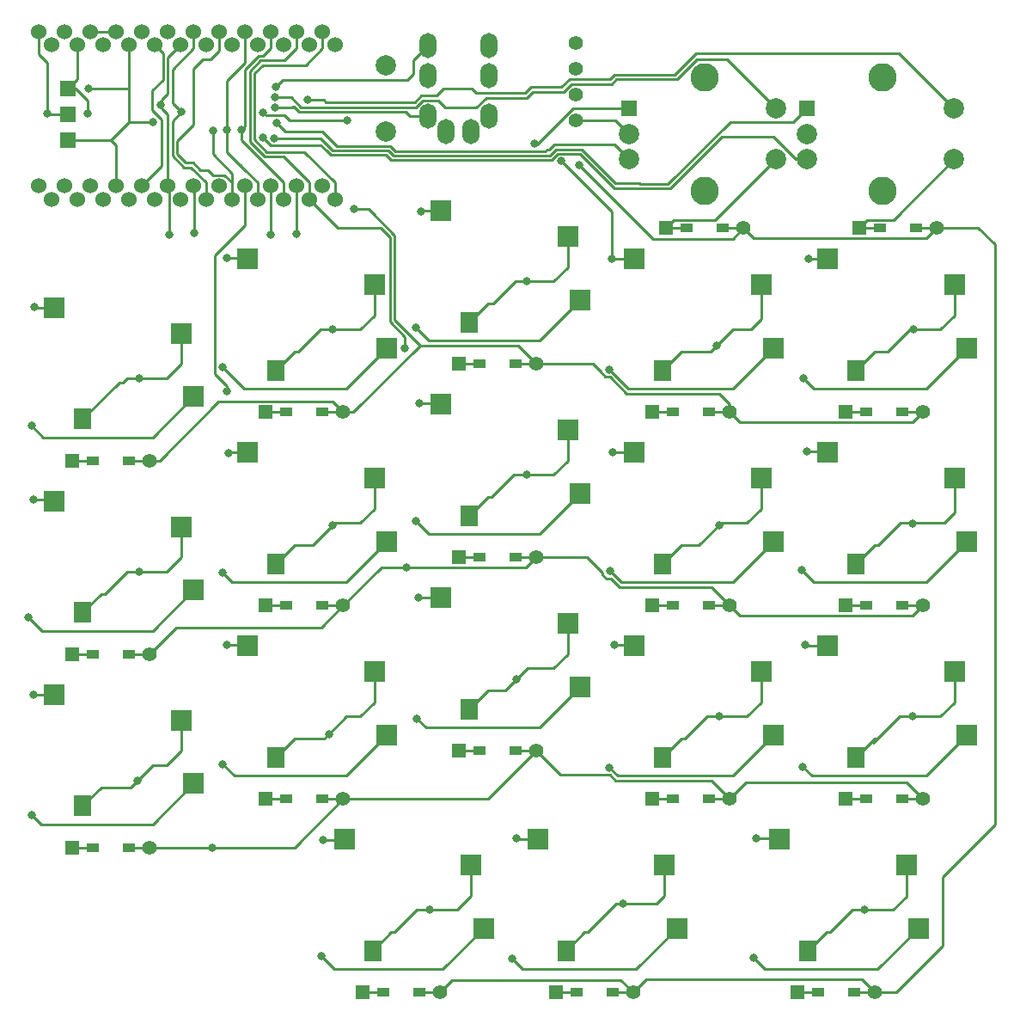
<source format=gbr>
G04 #@! TF.GenerationSoftware,KiCad,Pcbnew,(5.1.6-0-10_14)*
G04 #@! TF.CreationDate,2022-07-16T23:36:19+09:00*
G04 #@! TF.ProjectId,cool536,636f6f6c-3533-4362-9e6b-696361645f70,rev?*
G04 #@! TF.SameCoordinates,Original*
G04 #@! TF.FileFunction,Copper,L1,Top*
G04 #@! TF.FilePolarity,Positive*
%FSLAX46Y46*%
G04 Gerber Fmt 4.6, Leading zero omitted, Abs format (unit mm)*
G04 Created by KiCad (PCBNEW (5.1.6-0-10_14)) date 2022-07-16 23:36:19*
%MOMM*%
%LPD*%
G01*
G04 APERTURE LIST*
G04 #@! TA.AperFunction,ComponentPad*
%ADD10R,1.500000X1.500000*%
G04 #@! TD*
G04 #@! TA.AperFunction,ComponentPad*
%ADD11C,2.000000*%
G04 #@! TD*
G04 #@! TA.AperFunction,ComponentPad*
%ADD12C,2.800000*%
G04 #@! TD*
G04 #@! TA.AperFunction,ComponentPad*
%ADD13C,1.397000*%
G04 #@! TD*
G04 #@! TA.AperFunction,ComponentPad*
%ADD14R,1.397000X1.397000*%
G04 #@! TD*
G04 #@! TA.AperFunction,SMDPad,CuDef*
%ADD15R,1.300000X0.950000*%
G04 #@! TD*
G04 #@! TA.AperFunction,SMDPad,CuDef*
%ADD16R,1.524000X1.524000*%
G04 #@! TD*
G04 #@! TA.AperFunction,ComponentPad*
%ADD17C,1.524000*%
G04 #@! TD*
G04 #@! TA.AperFunction,SMDPad,CuDef*
%ADD18R,2.000000X2.000000*%
G04 #@! TD*
G04 #@! TA.AperFunction,SMDPad,CuDef*
%ADD19R,1.800000X2.000000*%
G04 #@! TD*
G04 #@! TA.AperFunction,ComponentPad*
%ADD20O,1.700000X2.500000*%
G04 #@! TD*
G04 #@! TA.AperFunction,ViaPad*
%ADD21C,0.800000*%
G04 #@! TD*
G04 #@! TA.AperFunction,Conductor*
%ADD22C,0.250000*%
G04 #@! TD*
G04 APERTURE END LIST*
D10*
X68540000Y15140000D03*
D11*
X68540000Y12640000D03*
X68540000Y10140000D03*
D12*
X76040000Y18240000D03*
X76040000Y7040000D03*
D11*
X83040000Y15140000D03*
X83040000Y10140000D03*
D10*
X51010000Y15140000D03*
D11*
X51010000Y12640000D03*
X51010000Y10140000D03*
D12*
X58510000Y18240000D03*
X58510000Y7040000D03*
D11*
X65510000Y15140000D03*
X65510000Y10140000D03*
X27090000Y12890000D03*
X27090000Y19390000D03*
D13*
X60960000Y-33812500D03*
D14*
X53340000Y-33812500D03*
D15*
X55375000Y-33812500D03*
X58925000Y-33812500D03*
D13*
X80010000Y-33812500D03*
D14*
X72390000Y-33812500D03*
D15*
X74425000Y-33812500D03*
X77975000Y-33812500D03*
D13*
X51435000Y-71912500D03*
D14*
X43815000Y-71912500D03*
D15*
X45850000Y-71912500D03*
X49400000Y-71912500D03*
D13*
X75248000Y-71912500D03*
D14*
X67628000Y-71912500D03*
D15*
X69663000Y-71912500D03*
X73213000Y-71912500D03*
X60245000Y3350000D03*
D13*
X62280000Y3350000D03*
D14*
X54660000Y3350000D03*
D15*
X56695000Y3350000D03*
X79285000Y3370000D03*
D13*
X81320000Y3370000D03*
D14*
X73700000Y3370000D03*
D15*
X75735000Y3370000D03*
D13*
X3810000Y-57625000D03*
D14*
X-3810000Y-57625000D03*
D15*
X-1775000Y-57625000D03*
X1775000Y-57625000D03*
D16*
X-4240000Y17120000D03*
X-4240000Y14580000D03*
X-4240000Y12040000D03*
D13*
X41910000Y-10000000D03*
D14*
X34290000Y-10000000D03*
D15*
X36325000Y-10000000D03*
X39875000Y-10000000D03*
D13*
X60960000Y-14762499D03*
D14*
X53340000Y-14762499D03*
D15*
X55375000Y-14762499D03*
X58925000Y-14762499D03*
D13*
X3810000Y-38575000D03*
D14*
X-3810000Y-38575000D03*
D15*
X-1775000Y-38575000D03*
X1775000Y-38575000D03*
D13*
X80010000Y-14762499D03*
D14*
X72390000Y-14762499D03*
D15*
X74425000Y-14762499D03*
X77975000Y-14762499D03*
D13*
X41910000Y-29050000D03*
D14*
X34290000Y-29050000D03*
D15*
X36325000Y-29050000D03*
X39875000Y-29050000D03*
D13*
X22860000Y-33812500D03*
D14*
X15240000Y-33812500D03*
D15*
X17275000Y-33812500D03*
X20825000Y-33812500D03*
D13*
X22860000Y-52862500D03*
D14*
X15240000Y-52862500D03*
D15*
X17275000Y-52862500D03*
X20825000Y-52862500D03*
D13*
X41910000Y-48100000D03*
D14*
X34290000Y-48100000D03*
D15*
X36325000Y-48100000D03*
X39875000Y-48100000D03*
D13*
X60960000Y-52862500D03*
D14*
X53340000Y-52862500D03*
D15*
X55375000Y-52862500D03*
X58925000Y-52862500D03*
D13*
X80010000Y-52862500D03*
D14*
X72390000Y-52862500D03*
D15*
X74425000Y-52862500D03*
X77975000Y-52862500D03*
D13*
X32385000Y-71912500D03*
D14*
X24765000Y-71912500D03*
D15*
X26800000Y-71912500D03*
X30350000Y-71912500D03*
D13*
X45780000Y13950000D03*
X45780000Y16490000D03*
X45780000Y19030000D03*
X45780000Y21570000D03*
D17*
X-5858000Y21410000D03*
X-3318000Y21410000D03*
X-778000Y21410000D03*
X1762000Y21410000D03*
X4302000Y21410000D03*
X6842000Y21410000D03*
X9382000Y21410000D03*
X11922000Y21410000D03*
X14462000Y21410000D03*
X17002000Y21410000D03*
X19542000Y21410000D03*
X22082000Y21410000D03*
X22082000Y6170000D03*
X19542000Y6170000D03*
X17002000Y6170000D03*
X14462000Y6170000D03*
X11922000Y6170000D03*
X9382000Y6170000D03*
X6842000Y6170000D03*
X4302000Y6170000D03*
X1762000Y6170000D03*
X-778000Y6170000D03*
X-3318000Y6170000D03*
X-5858000Y6170000D03*
X-7128000Y22716400D03*
X-4588000Y22716400D03*
X-2048000Y22716400D03*
X492000Y22716400D03*
X3032000Y22716400D03*
X5572000Y22716400D03*
X8112000Y22716400D03*
X10652000Y22716400D03*
X13192000Y22716400D03*
X15732000Y22716400D03*
X18272000Y22716400D03*
X20812000Y22716400D03*
X20812000Y7496400D03*
X18272000Y7496400D03*
X15732000Y7496400D03*
X13192000Y7496400D03*
X10652000Y7496400D03*
X8112000Y7496400D03*
X5572000Y7496400D03*
X3032000Y7496400D03*
X492000Y7496400D03*
X-2048000Y7496400D03*
X-4588000Y7496400D03*
X-7128000Y7496400D03*
D13*
X3810000Y-19525000D03*
D14*
X-3810000Y-19525000D03*
D15*
X-1775000Y-19525000D03*
X1775000Y-19525000D03*
D18*
X79538000Y-65612500D03*
D19*
X68638000Y-67812500D03*
D18*
X78338000Y-59372500D03*
X65838000Y-56832500D03*
X13450000Y317501D03*
X25950000Y-2222499D03*
D19*
X16250000Y-10662499D03*
D18*
X27150000Y-8462499D03*
X32500000Y5080000D03*
X45000000Y2540000D03*
D19*
X35300000Y-5900000D03*
D18*
X46200000Y-3700000D03*
X51550000Y317501D03*
X64050000Y-2222499D03*
D19*
X54350000Y-10662499D03*
D18*
X65250000Y-8462499D03*
X-5600000Y-4445000D03*
X6900000Y-6985000D03*
D19*
X-2800000Y-15425000D03*
D18*
X8100000Y-13225000D03*
D20*
X32980000Y12860000D03*
X37180000Y14360000D03*
X37180000Y18360000D03*
X37180000Y21360000D03*
X31230000Y18360000D03*
X31230000Y21360000D03*
X35430000Y12860000D03*
X31230000Y14360000D03*
D18*
X42025000Y-56832500D03*
X54525000Y-59372500D03*
D19*
X44825000Y-67812500D03*
D18*
X55725000Y-65612500D03*
X22975000Y-56832500D03*
X35475000Y-59372500D03*
D19*
X25775000Y-67812500D03*
D18*
X36675000Y-65612500D03*
X84300000Y-46562500D03*
D19*
X73400000Y-48762500D03*
D18*
X83100000Y-40322500D03*
X70600000Y-37782500D03*
X84300000Y-8462499D03*
D19*
X73400000Y-10662499D03*
D18*
X83100000Y-2222499D03*
X70600000Y317501D03*
X13450000Y-37782500D03*
X25950000Y-40322500D03*
D19*
X16250000Y-48762500D03*
D18*
X27150000Y-46562500D03*
X46200000Y-41800000D03*
D19*
X35300000Y-44000000D03*
D18*
X45000000Y-35560000D03*
X32500000Y-33020000D03*
X65250000Y-46562500D03*
D19*
X54350000Y-48762500D03*
D18*
X64050000Y-40322500D03*
X51550000Y-37782500D03*
X84300000Y-27512500D03*
D19*
X73400000Y-29712500D03*
D18*
X83100000Y-21272500D03*
X70600000Y-18732500D03*
X8100000Y-51325000D03*
D19*
X-2800000Y-53525000D03*
D18*
X6900000Y-45085000D03*
X-5600000Y-42545000D03*
X65250000Y-27512500D03*
D19*
X54350000Y-29712500D03*
D18*
X64050000Y-21272500D03*
X51550000Y-18732500D03*
X46200000Y-22750000D03*
D19*
X35300000Y-24950000D03*
D18*
X45000000Y-16510000D03*
X32500000Y-13970000D03*
X-5600000Y-23495000D03*
X6900000Y-26035000D03*
D19*
X-2800000Y-34475000D03*
D18*
X8100000Y-32275000D03*
X27150000Y-27512500D03*
D19*
X16250000Y-29712500D03*
D18*
X25950000Y-21272500D03*
X13450000Y-18732500D03*
D13*
X22860000Y-14762499D03*
D14*
X15240000Y-14762499D03*
D15*
X17275000Y-14762499D03*
X20825000Y-14762499D03*
D21*
X2800001Y-11399999D03*
X21837498Y-6637498D03*
X40925001Y-1874999D03*
X59690000Y-8250000D03*
X79027498Y-6637498D03*
X2759999Y-30449999D03*
X21850000Y-25880000D03*
X40924999Y-20924999D03*
X59875000Y-25925000D03*
X79000000Y-25720000D03*
X2551999Y-51071999D03*
X21445749Y-46465749D03*
X39965000Y-41045000D03*
X59917499Y-44737499D03*
X78977499Y-44737499D03*
X31367499Y-63787499D03*
X50437501Y-63187501D03*
X74217499Y-63787499D03*
X23900000Y5235010D03*
X28950000Y-8430000D03*
X29093501Y-30073501D03*
X9975000Y-57625000D03*
X11420000Y-12690000D03*
X46117158Y9567158D03*
X-2210000Y17100000D03*
X16150102Y15234641D03*
X4150000Y13800000D03*
X-2290000Y14660000D03*
X16195552Y17233503D03*
X-6270000Y14630000D03*
X6940000Y14780000D03*
X41730000Y11675020D03*
X23220000Y13990000D03*
X14970000Y14750000D03*
X10040000Y12970000D03*
X16285858Y13715858D03*
X-7820000Y-54420000D03*
X-7550000Y-4440000D03*
X16147833Y16234640D03*
X-7650000Y-23380000D03*
X-8160000Y-34960000D03*
X5750000Y2710000D03*
X-7850000Y-16110000D03*
X-7610000Y-42560000D03*
X4920000Y15503010D03*
X11440000Y13075000D03*
X16080000Y12230000D03*
X12830000Y13075000D03*
X14970000Y12270000D03*
X10940000Y-10310000D03*
X8160000Y2884990D03*
X10960000Y-49410000D03*
X11570000Y-18770000D03*
X11400000Y390000D03*
X11430000Y-37660000D03*
X10960000Y-30590000D03*
X19360000Y15990000D03*
X30360000Y-13900000D03*
X30060000Y-6470000D03*
X20900000Y-56890000D03*
X30520000Y5030000D03*
X15730000Y2670000D03*
X30150000Y-44970000D03*
X30260000Y-33020000D03*
X30000000Y-25480000D03*
X20670000Y-68310000D03*
X68070000Y-30350000D03*
X18240000Y2810000D03*
X68550000Y-18590000D03*
X68200000Y-11440000D03*
X68410000Y-37680000D03*
X68712499Y317501D03*
X68120000Y-49680000D03*
X63280000Y-68510000D03*
X63520000Y-56710000D03*
X39500000Y-68590000D03*
X49040000Y-10560000D03*
X49350000Y350000D03*
X49090000Y-49750000D03*
X49402500Y-18732500D03*
X49160000Y-30430000D03*
X49550000Y-37700000D03*
X39920000Y-56740000D03*
X44355000Y9955000D03*
D22*
X5512003Y-11399999D02*
X2800001Y-11399999D01*
X2800001Y-11399999D02*
X1566003Y-11399999D01*
X774999Y-11850001D02*
X-2800000Y-15425000D01*
X6900000Y-6985000D02*
X6900000Y-10012002D01*
X1566003Y-11399999D02*
X1116001Y-11850001D01*
X6900000Y-10012002D02*
X5512003Y-11399999D01*
X1116001Y-11850001D02*
X774999Y-11850001D01*
X-1775000Y-19525000D02*
X-3810000Y-19525000D01*
X25950000Y-2222499D02*
X25950000Y-5249501D01*
X25950000Y-5249501D02*
X24562003Y-6637498D01*
X24562003Y-6637498D02*
X21837498Y-6637498D01*
X21837498Y-6637498D02*
X20616003Y-6637498D01*
X18416003Y-8837498D02*
X18075001Y-8837498D01*
X18075001Y-8837498D02*
X16250000Y-10662499D01*
X20616003Y-6637498D02*
X18416003Y-8837498D01*
X17275000Y-14762499D02*
X15240000Y-14762499D01*
X40925001Y-1874999D02*
X39805001Y-1874999D01*
X43612003Y-1874999D02*
X40925001Y-1874999D01*
X45000000Y2540000D02*
X45000000Y-487002D01*
X37605001Y-4074999D02*
X37125001Y-4074999D01*
X37125001Y-4074999D02*
X35300000Y-5900000D01*
X36325000Y-10000000D02*
X34290000Y-10000000D01*
X45000000Y-487002D02*
X43612003Y-1874999D01*
X39805001Y-1874999D02*
X37605001Y-4074999D01*
X59102502Y-8837498D02*
X56175001Y-8837498D01*
X64050000Y-5613499D02*
X63026001Y-6637498D01*
X64050000Y-2222499D02*
X64050000Y-5613499D01*
X56175001Y-8837498D02*
X54350000Y-10662499D01*
X63026001Y-6637498D02*
X61302502Y-6637498D01*
X61302502Y-6637498D02*
X59690000Y-8250000D01*
X59690000Y-8250000D02*
X59102502Y-8837498D01*
X55375000Y-14762499D02*
X53340000Y-14762499D01*
X83100000Y-2222499D02*
X83100000Y-5249501D01*
X76522502Y-8837498D02*
X75225001Y-8837498D01*
X75225001Y-8837498D02*
X73400000Y-10662499D01*
X78722502Y-6637498D02*
X76522502Y-8837498D01*
X83100000Y-5249501D02*
X81712003Y-6637498D01*
X74425000Y-14762499D02*
X72390000Y-14762499D01*
X79027498Y-6637498D02*
X78722502Y-6637498D01*
X81712003Y-6637498D02*
X79027498Y-6637498D01*
X1566003Y-30449999D02*
X-633997Y-32649999D01*
X6900000Y-29062002D02*
X5512003Y-30449999D01*
X-974999Y-32649999D02*
X-2800000Y-34475000D01*
X6900000Y-26035000D02*
X6900000Y-29062002D01*
X-633997Y-32649999D02*
X-974999Y-32649999D01*
X2759999Y-30449999D02*
X1566003Y-30449999D01*
X5512003Y-30449999D02*
X2759999Y-30449999D01*
X-1775000Y-38575000D02*
X-3810000Y-38575000D01*
X17275000Y-33812500D02*
X15240000Y-33812500D01*
X19832501Y-27887499D02*
X18075001Y-27887499D01*
X25950000Y-24299502D02*
X24562003Y-25687499D01*
X22032501Y-25687499D02*
X19832501Y-27887499D01*
X25950000Y-21272500D02*
X25950000Y-24299502D01*
X18075001Y-27887499D02*
X16250000Y-29712500D01*
X24562003Y-25687499D02*
X22032501Y-25687499D01*
X45000000Y-19537002D02*
X43612003Y-20924999D01*
X37466003Y-23124999D02*
X37125001Y-23124999D01*
X37125001Y-23124999D02*
X35300000Y-24950000D01*
X39666003Y-20924999D02*
X37466003Y-23124999D01*
X45000000Y-16510000D02*
X45000000Y-19537002D01*
X43612003Y-20924999D02*
X40924999Y-20924999D01*
X40924999Y-20924999D02*
X39666003Y-20924999D01*
X36325000Y-29050000D02*
X34290000Y-29050000D01*
X64050000Y-24299502D02*
X62662003Y-25687499D01*
X56175001Y-27887499D02*
X54350000Y-29712500D01*
X64050000Y-21272500D02*
X64050000Y-24299502D01*
X62662003Y-25687499D02*
X60112501Y-25687499D01*
X57912501Y-27887499D02*
X56175001Y-27887499D01*
X60112501Y-25687499D02*
X59875000Y-25925000D01*
X59875000Y-25925000D02*
X57912501Y-27887499D01*
X55375000Y-33812500D02*
X53340000Y-33812500D01*
X72390000Y-33812500D02*
X74425000Y-33812500D01*
X83100000Y-21272500D02*
X83100000Y-24663500D01*
X77766003Y-25687499D02*
X75566003Y-27887499D01*
X83100000Y-24663500D02*
X82076001Y-25687499D01*
X75225001Y-27887499D02*
X73400000Y-29712500D01*
X75566003Y-27887499D02*
X75225001Y-27887499D01*
X82076001Y-25687499D02*
X77766003Y-25687499D01*
X-3810000Y-57625000D02*
X-1775000Y-57625000D01*
X4123999Y-49499999D02*
X2551999Y-51071999D01*
X2551999Y-51071999D02*
X1923999Y-51699999D01*
X6900000Y-45085000D02*
X6900000Y-48112002D01*
X6900000Y-48112002D02*
X5512003Y-49499999D01*
X-974999Y-51699999D02*
X-2800000Y-53525000D01*
X5512003Y-49499999D02*
X4123999Y-49499999D01*
X1923999Y-51699999D02*
X-974999Y-51699999D01*
X21445749Y-46465749D02*
X20973999Y-46937499D01*
X23173999Y-44737499D02*
X21445749Y-46465749D01*
X25950000Y-43349502D02*
X24562003Y-44737499D01*
X20973999Y-46937499D02*
X18075001Y-46937499D01*
X18075001Y-46937499D02*
X16250000Y-48762500D01*
X24562003Y-44737499D02*
X23173999Y-44737499D01*
X25950000Y-40322500D02*
X25950000Y-43349502D01*
X17275000Y-52862500D02*
X15240000Y-52862500D01*
X45000000Y-38587002D02*
X43612003Y-39974999D01*
X36325000Y-48100000D02*
X34290000Y-48100000D01*
X43612003Y-39974999D02*
X41035001Y-39974999D01*
X45000000Y-35560000D02*
X45000000Y-38587002D01*
X38835001Y-42174999D02*
X37125001Y-42174999D01*
X37125001Y-42174999D02*
X35300000Y-44000000D01*
X39965000Y-41045000D02*
X38835001Y-42174999D01*
X41035001Y-39974999D02*
X39965000Y-41045000D01*
X56175001Y-46937499D02*
X54350000Y-48762500D01*
X64050000Y-43349502D02*
X62662003Y-44737499D01*
X58716003Y-44737499D02*
X56516003Y-46937499D01*
X56516003Y-46937499D02*
X56175001Y-46937499D01*
X64050000Y-40322500D02*
X64050000Y-43349502D01*
X55375000Y-52862500D02*
X53340000Y-52862500D01*
X62662003Y-44737499D02*
X59917499Y-44737499D01*
X59917499Y-44737499D02*
X58716003Y-44737499D01*
X77652501Y-44737499D02*
X75040000Y-47350000D01*
X83100000Y-43349502D02*
X81712003Y-44737499D01*
X83100000Y-40322500D02*
X83100000Y-43349502D01*
X73400000Y-48762500D02*
X75225001Y-46937499D01*
X75452501Y-46937499D02*
X77652501Y-44737499D01*
X75225001Y-46937499D02*
X75452501Y-46937499D01*
X74425000Y-52862500D02*
X72390000Y-52862500D01*
X78977499Y-44737499D02*
X77652501Y-44737499D01*
X81712003Y-44737499D02*
X78977499Y-44737499D01*
X30141003Y-63787499D02*
X27941003Y-65987499D01*
X27600001Y-65987499D02*
X25775000Y-67812500D01*
X35475000Y-59372500D02*
X35475000Y-62399502D01*
X27941003Y-65987499D02*
X27600001Y-65987499D01*
X35475000Y-62399502D02*
X34087003Y-63787499D01*
X26800000Y-71912500D02*
X24765000Y-71912500D01*
X34087003Y-63787499D02*
X31367499Y-63787499D01*
X31367499Y-63787499D02*
X30141003Y-63787499D01*
X46991003Y-65987499D02*
X46650001Y-65987499D01*
X49791001Y-63187501D02*
X46991003Y-65987499D01*
X54525000Y-62399502D02*
X53737001Y-63187501D01*
X54525000Y-59372500D02*
X54525000Y-62399502D01*
X46650001Y-65987499D02*
X44825000Y-67812500D01*
X50437501Y-63187501D02*
X49791001Y-63187501D01*
X53737001Y-63187501D02*
X50437501Y-63187501D01*
X45850000Y-71912500D02*
X43815000Y-71912500D01*
X78338000Y-62472000D02*
X77022501Y-63787499D01*
X70804003Y-65987499D02*
X70463001Y-65987499D01*
X73004003Y-63787499D02*
X70804003Y-65987499D01*
X78338000Y-59372500D02*
X78338000Y-62472000D01*
X70463001Y-65987499D02*
X68638000Y-67812500D01*
X69663000Y-71912500D02*
X67628000Y-71912500D01*
X74217499Y-63787499D02*
X73004003Y-63787499D01*
X77022501Y-63787499D02*
X74217499Y-63787499D01*
X55460001Y4150001D02*
X59520001Y4150001D01*
X59520001Y4150001D02*
X65510000Y10140000D01*
X54660000Y3350000D02*
X55460001Y4150001D01*
X54660000Y3350000D02*
X56695000Y3350000D01*
X75735000Y3370000D02*
X73700000Y3370000D01*
X77070001Y4170001D02*
X83040000Y10140000D01*
X74500001Y4170001D02*
X77070001Y4170001D01*
X73700000Y3370000D02*
X74500001Y4170001D01*
X27940000Y-5679695D02*
X30435316Y-8175011D01*
X27940000Y2630000D02*
X27940000Y-5679695D01*
X59887510Y-12937510D02*
X50781099Y-12937509D01*
X22860000Y-14762499D02*
X20825000Y-14762499D01*
X48691999Y-11285001D02*
X49128591Y-11285001D01*
X48200000Y-10760000D02*
X47440000Y-10000000D01*
X3810000Y-19525000D02*
X4797828Y-19525000D01*
X60960000Y-14010000D02*
X59887510Y-12937510D01*
X60960000Y-14762499D02*
X61983501Y-15786000D01*
X47440000Y-10000000D02*
X41910000Y-10000000D01*
X61983501Y-15786000D02*
X78986499Y-15786000D01*
X48200000Y-10793002D02*
X48691999Y-11285001D01*
X78986499Y-15786000D02*
X80010000Y-14762499D01*
X50781099Y-12937509D02*
X49128591Y-11285001D01*
X48200000Y-10760000D02*
X48200000Y-10793002D01*
X10583830Y-13738998D02*
X21836499Y-13738998D01*
X60960000Y-14762499D02*
X60960000Y-14010000D01*
X4797828Y-19525000D02*
X10583830Y-13738998D01*
X21836499Y-13738998D02*
X22860000Y-14762499D01*
X25407347Y5162653D02*
X25407347Y5192653D01*
X40085011Y-8175011D02*
X41910000Y-10000000D01*
X30435316Y-8175011D02*
X40085011Y-8175011D01*
X60960000Y-14762499D02*
X58925000Y-14762499D01*
X23900000Y5235010D02*
X25334990Y5235010D01*
X25334990Y5235010D02*
X25685000Y4885000D01*
X25407347Y5162653D02*
X25685000Y4885000D01*
X25685000Y4885000D02*
X27940000Y2630000D01*
X80010000Y-14762499D02*
X77975000Y-14762499D01*
X41910000Y-10000000D02*
X39875000Y-10000000D01*
X22860000Y-14762499D02*
X23847828Y-14762499D01*
X23847828Y-14762499D02*
X30435316Y-8175011D01*
X14140000Y12070000D02*
X15329962Y10880038D01*
X22082000Y7835162D02*
X22082000Y6170000D01*
X14140000Y18650000D02*
X14140000Y12070000D01*
X20812000Y21071238D02*
X19163742Y19422980D01*
X19037124Y10880038D02*
X22082000Y7835162D01*
X19163742Y19422980D02*
X14912979Y19422979D01*
X14912979Y19422979D02*
X14140000Y18650000D01*
X20812000Y22716400D02*
X20812000Y21071238D01*
X15329962Y10880038D02*
X19037124Y10880038D01*
X1775000Y-19525000D02*
X3810000Y-19525000D01*
X60162500Y-33022500D02*
X59127511Y-31987511D01*
X15139971Y10430029D02*
X16947133Y10430029D01*
X50081101Y-31987511D02*
X59127511Y-31987511D01*
X60170000Y-33022500D02*
X60162500Y-33022500D01*
X19542000Y7835162D02*
X19542000Y6170000D01*
X20715001Y-35957499D02*
X22860000Y-33812500D01*
X3810000Y-38575000D02*
X6427501Y-35957499D01*
X6427501Y-35957499D02*
X20715001Y-35957499D01*
X60960000Y-33812500D02*
X58925000Y-33812500D01*
X3810000Y-38575000D02*
X1775000Y-38575000D01*
X27489990Y2443600D02*
X27489991Y-5866096D01*
X22860000Y-33812500D02*
X20825000Y-33812500D01*
X48434999Y-30778001D02*
X48811999Y-31155001D01*
X39875000Y-29050000D02*
X41910000Y-29050000D01*
X48434999Y-30600000D02*
X48434999Y-30778001D01*
X16947133Y10430029D02*
X19542000Y7835162D01*
X49248591Y-31155001D02*
X50081101Y-31987511D01*
X41910000Y-29050000D02*
X46884999Y-29050000D01*
X46884999Y-29050000D02*
X48434999Y-30600000D01*
X60170000Y-33022500D02*
X60960000Y-33812500D01*
X48811999Y-31155001D02*
X49248591Y-31155001D01*
X17073751Y19872989D02*
X14726578Y19872988D01*
X18272000Y22716400D02*
X18272000Y21071238D01*
X14726578Y19872988D02*
X13689990Y18836400D01*
X13689990Y18836400D02*
X13689990Y11880010D01*
X13689990Y11880010D02*
X15139971Y10430029D01*
X19542000Y6170000D02*
X22302000Y3410000D01*
X77975000Y-33812500D02*
X80010000Y-33812500D01*
X27489991Y-5866096D02*
X28950000Y-7326105D01*
X29093501Y-30073501D02*
X40886499Y-30073501D01*
X26598999Y-30073501D02*
X29093501Y-30073501D01*
X26523590Y3410000D02*
X27489990Y2443600D01*
X22302000Y3410000D02*
X26523590Y3410000D01*
X28950000Y-7326105D02*
X28950000Y-8430000D01*
X18272000Y21071238D02*
X17073751Y19872989D01*
X61983501Y-34836001D02*
X60960000Y-33812500D01*
X40886499Y-30073501D02*
X41910000Y-29050000D01*
X22860000Y-33812500D02*
X26598999Y-30073501D01*
X78986499Y-34836001D02*
X61983501Y-34836001D01*
X80010000Y-33812500D02*
X78986499Y-34836001D01*
X13192000Y7496400D02*
X13192000Y3622000D01*
X60960000Y-52862500D02*
X62562500Y-51260000D01*
X78407500Y-51260000D02*
X80010000Y-52862500D01*
X62562500Y-51260000D02*
X78407500Y-51260000D01*
X60960000Y-52862500D02*
X58925000Y-52862500D01*
X1775000Y-57625000D02*
X3810000Y-57625000D01*
X80010000Y-52862500D02*
X77975000Y-52862500D01*
X9975000Y-57625000D02*
X18097500Y-57625000D01*
X13192000Y3622000D02*
X10214999Y644999D01*
X3810000Y-57625000D02*
X9975000Y-57625000D01*
X10214999Y644999D02*
X10214999Y-10994999D01*
X11420000Y-12200000D02*
X11420000Y-12690000D01*
X10214999Y-10994999D02*
X11420000Y-12200000D01*
X49135001Y-50475001D02*
X44285001Y-50475001D01*
X44285001Y-50475001D02*
X41910000Y-48100000D01*
X49697511Y-51037511D02*
X49135001Y-50475001D01*
X59135011Y-51037511D02*
X49697511Y-51037511D01*
X60960000Y-52862500D02*
X59135011Y-51037511D01*
X22860000Y-52862500D02*
X20825000Y-52862500D01*
X18097500Y-57625000D02*
X22860000Y-52862500D01*
X41910000Y-48100000D02*
X39875000Y-48100000D01*
X37147500Y-52862500D02*
X41910000Y-48100000D01*
X22860000Y-52862500D02*
X37147500Y-52862500D01*
X81320000Y3370000D02*
X81160000Y3370000D01*
X81160000Y3370000D02*
X79285000Y3370000D01*
X60245000Y3350000D02*
X62280000Y3350000D01*
X33617500Y-70680000D02*
X32385000Y-71912500D01*
X53357816Y2326499D02*
X61256499Y2326499D01*
X50202500Y-70680000D02*
X33617500Y-70680000D01*
X51435000Y-71912500D02*
X50202500Y-70680000D01*
X61256499Y2326499D02*
X62280000Y3350000D01*
X32385000Y-71912500D02*
X30350000Y-71912500D01*
X75248000Y-71912500D02*
X73985500Y-70650000D01*
X46117158Y9567158D02*
X53357816Y2326499D01*
X51435000Y-71912500D02*
X49400000Y-71912500D01*
X52697500Y-70650000D02*
X51435000Y-71912500D01*
X73985500Y-70650000D02*
X52697500Y-70650000D01*
X75248000Y-71912500D02*
X73213000Y-71912500D01*
X62280000Y3350000D02*
X63283501Y2346499D01*
X63283501Y2346499D02*
X80296499Y2346499D01*
X80296499Y2346499D02*
X81320000Y3370000D01*
X81920000Y-60530000D02*
X87060000Y-55390000D01*
X77372500Y-71912500D02*
X77372500Y-71867500D01*
X87060000Y-55390000D02*
X87060000Y1740000D01*
X81920000Y-67320000D02*
X81920000Y-60530000D01*
X85430000Y3370000D02*
X81320000Y3370000D01*
X87060000Y1740000D02*
X85430000Y3370000D01*
X77372500Y-71867500D02*
X81920000Y-67320000D01*
X75248000Y-71912500D02*
X77372500Y-71912500D01*
X1762000Y17068000D02*
X1762000Y13802000D01*
X1762000Y17068000D02*
X-2178000Y17068000D01*
X1762000Y17252000D02*
X1762000Y17068000D01*
X-2178000Y17068000D02*
X-2210000Y17100000D01*
X1762000Y21410000D02*
X1762000Y17252000D01*
X1762000Y13802000D02*
X0Y12040000D01*
X0Y12040000D02*
X-4240000Y12040000D01*
X492000Y11548000D02*
X0Y12040000D01*
X492000Y7496400D02*
X492000Y11548000D01*
X1762000Y13802000D02*
X4148000Y13802000D01*
X4148000Y13802000D02*
X4150000Y13800000D01*
X17983590Y15340000D02*
X18521614Y14801976D01*
X17834641Y15234641D02*
X17940000Y15340000D01*
X18521614Y14801976D02*
X29020000Y14801976D01*
X29461976Y14360000D02*
X31230000Y14360000D01*
X29020000Y14801976D02*
X29461976Y14360000D01*
X17940000Y15340000D02*
X17983590Y15340000D01*
X16150102Y15234641D02*
X17834641Y15234641D01*
X-2048000Y22716400D02*
X492000Y22716400D01*
X-2290000Y15910000D02*
X-3500000Y17120000D01*
X-2290000Y14660000D02*
X-2290000Y15910000D01*
X-3500000Y17120000D02*
X-4240000Y17120000D01*
X-3318000Y21410000D02*
X-3318000Y18042000D01*
X-3318000Y18042000D02*
X-4240000Y17120000D01*
X49700000Y13950000D02*
X51010000Y12640000D01*
X45780000Y13950000D02*
X49700000Y13950000D01*
X16932049Y17970000D02*
X16195552Y17233503D01*
X29180000Y17970000D02*
X16932049Y17970000D01*
X29180000Y17970000D02*
X29770000Y18560000D01*
X29770000Y18560000D02*
X29770000Y19900000D01*
X29770000Y19900000D02*
X31230000Y21360000D01*
X-6270000Y14630000D02*
X-6270000Y19670000D01*
X-6270000Y19670000D02*
X-7128000Y20528000D01*
X-7128000Y20528000D02*
X-7128000Y22716400D01*
X-4240000Y14580000D02*
X-6220000Y14580000D01*
X-6220000Y14580000D02*
X-6270000Y14630000D01*
X6940000Y14780000D02*
X6022010Y15697990D01*
X6022010Y16002010D02*
X6022010Y18981248D01*
X6022010Y15697990D02*
X6022010Y16002010D01*
X6022010Y10467990D02*
X6022010Y12662010D01*
X6022010Y12662010D02*
X6022010Y13862010D01*
X9382000Y6170000D02*
X9382000Y7835162D01*
X9382000Y7835162D02*
X7867162Y9350000D01*
X6022010Y18981248D02*
X8112000Y21071238D01*
X8112000Y21588000D02*
X8112000Y22716400D01*
X7140000Y9350000D02*
X6022010Y10467990D01*
X8112000Y21071238D02*
X8112000Y21588000D01*
X7867162Y9350000D02*
X7140000Y9350000D01*
X41765020Y11640000D02*
X41730000Y11675020D01*
X45500000Y15140000D02*
X42000000Y11640000D01*
X42000000Y11640000D02*
X41765020Y11640000D01*
X6022010Y13862010D02*
X6940000Y14780000D01*
X17109141Y14440859D02*
X15279141Y14440859D01*
X23220000Y13990000D02*
X17560000Y13990000D01*
X17560000Y13990000D02*
X17109141Y14440859D01*
X51010000Y15140000D02*
X45500000Y15140000D01*
X15279141Y14440859D02*
X14970000Y14750000D01*
X10652000Y20842000D02*
X10652000Y21071238D01*
X6472020Y11912020D02*
X8090000Y13530000D01*
X10033401Y8583401D02*
X9536802Y9080000D01*
X11922000Y6170000D02*
X11922000Y7835162D01*
X11173761Y8583401D02*
X10033401Y8583401D01*
X7359990Y9800010D02*
X6472020Y10687980D01*
X8090000Y19070000D02*
X9030000Y20010000D01*
X9030000Y20010000D02*
X9820000Y20010000D01*
X11922000Y7835162D02*
X11173761Y8583401D01*
X9536802Y9080000D02*
X8773572Y9080000D01*
X9820000Y20010000D02*
X10652000Y20842000D01*
X8090000Y13530000D02*
X8090000Y19070000D01*
X8773572Y9080000D02*
X8053562Y9800010D01*
X8053562Y9800010D02*
X7359990Y9800010D01*
X6472020Y10687980D02*
X6472020Y11912020D01*
X10652000Y21071238D02*
X10652000Y22716400D01*
X11922000Y8758000D02*
X10040000Y10640000D01*
X10040000Y10640000D02*
X10040000Y12970000D01*
X43154178Y11100000D02*
X43634200Y11580020D01*
X43634200Y11580020D02*
X49569980Y11580020D01*
X27467812Y11465008D02*
X27982800Y10950020D01*
X22194991Y11465009D02*
X27467812Y11465008D01*
X42930000Y11100000D02*
X43154178Y11100000D01*
X20790000Y12870000D02*
X22194991Y11465009D01*
X49569980Y11580020D02*
X51010000Y10140000D01*
X42780020Y10950020D02*
X42930000Y11100000D01*
X17131716Y12870000D02*
X20790000Y12870000D01*
X27982800Y10950020D02*
X42780020Y10950020D01*
X16285858Y13715858D02*
X17131716Y12870000D01*
X11922000Y6170000D02*
X11922000Y8758000D01*
X-5715000Y-23380000D02*
X-5600000Y-23495000D01*
X-7650000Y-23380000D02*
X-5715000Y-23380000D01*
X19401986Y15251986D02*
X18708014Y15251986D01*
X19401986Y15251986D02*
X30060271Y15251986D01*
X4074999Y-36300001D02*
X8100000Y-32275000D01*
X-6889999Y-55350001D02*
X-7820000Y-54420000D01*
X4074999Y-55350001D02*
X-6889999Y-55350001D01*
X-8160000Y-34960000D02*
X-6819999Y-36300001D01*
X-6819999Y-36300001D02*
X4074999Y-36300001D01*
X8100000Y-51325000D02*
X4074999Y-55350001D01*
X-7545000Y-4445000D02*
X-7550000Y-4440000D01*
X-5600000Y-4445000D02*
X-7545000Y-4445000D01*
X17725360Y16234640D02*
X16147833Y16234640D01*
X18708014Y15251986D02*
X17725360Y16234640D01*
X8100000Y-13225000D02*
X4074999Y-17250001D01*
X30060271Y15251986D02*
X30743295Y15935010D01*
X5750000Y7318400D02*
X5572000Y7496400D01*
X5750000Y2710000D02*
X5750000Y7318400D01*
X30743295Y15935010D02*
X32185988Y15935010D01*
X32185988Y15935010D02*
X32885999Y15234999D01*
X32885999Y15234999D02*
X35993284Y15234999D01*
X-6709999Y-17250001D02*
X-7850000Y-16110000D01*
X4074999Y-17250001D02*
X-6709999Y-17250001D01*
X60684999Y19965001D02*
X65510000Y15140000D01*
X55723497Y18006499D02*
X57681999Y19965001D01*
X57681999Y19965001D02*
X60684999Y19965001D01*
X-7595000Y-42545000D02*
X-7610000Y-42560000D01*
X-5600000Y-42545000D02*
X-7595000Y-42545000D01*
X4960000Y16010000D02*
X5572000Y16622000D01*
X5572000Y7496400D02*
X5572000Y14568000D01*
X5572000Y20140000D02*
X6842000Y21410000D01*
X5572000Y14568000D02*
X4960000Y15180000D01*
X5572000Y16622000D02*
X5572000Y20140000D01*
X49783501Y18006499D02*
X55723497Y18006499D01*
X41555010Y16784990D02*
X44560208Y16784990D01*
X35993284Y15234999D02*
X36969143Y16210857D01*
X45327609Y17552391D02*
X49329393Y17552391D01*
X36969143Y16210857D02*
X40980877Y16210857D01*
X4956990Y15540000D02*
X4920000Y15503010D01*
X44560208Y16784990D02*
X45327609Y17552391D01*
X4960000Y15180000D02*
X4960000Y15540000D01*
X49329393Y17552391D02*
X49783501Y18006499D01*
X40980877Y16210857D02*
X41555010Y16784990D01*
X4960000Y15540000D02*
X4956990Y15540000D01*
X4960000Y15540000D02*
X4960000Y16010000D01*
X13192000Y19611230D02*
X11440000Y17859230D01*
X13192000Y22716400D02*
X13192000Y19611230D01*
X11440000Y17859230D02*
X11440000Y13075000D01*
X67214999Y13814999D02*
X68540000Y15140000D01*
X43820599Y11130011D02*
X46346400Y11130010D01*
X27796400Y10500010D02*
X43190598Y10500010D01*
X27281411Y11014999D02*
X27796400Y10500010D01*
X54873002Y7713002D02*
X60974999Y13814999D01*
X52080000Y7790000D02*
X52156998Y7713002D01*
X20600000Y12230000D02*
X21815000Y11015000D01*
X16080000Y12230000D02*
X20600000Y12230000D01*
X52156998Y7713002D02*
X54873002Y7713002D01*
X60974999Y13814999D02*
X67214999Y13814999D01*
X49686410Y7790000D02*
X52080000Y7790000D01*
X46346400Y11130010D02*
X49686410Y7790000D01*
X21815000Y11015000D02*
X27281411Y11014999D01*
X43190598Y10500010D02*
X43820599Y11130011D01*
X14462000Y6170000D02*
X14462000Y7835162D01*
X14462000Y7835162D02*
X13123581Y9173581D01*
X11440000Y10857162D02*
X13123581Y9173581D01*
X13123581Y9173581D02*
X12767152Y9530010D01*
X11440000Y13075000D02*
X11440000Y10857162D01*
X15732000Y22716400D02*
X15732000Y21071238D01*
X15732000Y21071238D02*
X14983761Y20322999D01*
X17002000Y7835162D02*
X17002000Y6170000D01*
X13170000Y13415000D02*
X12830000Y13075000D01*
X13170000Y18952820D02*
X13170000Y13415000D01*
X15735001Y11504999D02*
X20688591Y11504999D01*
X14970000Y12270000D02*
X15735001Y11504999D01*
X21628600Y10564990D02*
X23140000Y10564990D01*
X15173581Y9663581D02*
X17002000Y7835162D01*
X12830000Y13075000D02*
X12830000Y12007162D01*
X14857143Y9980019D02*
X15173581Y9663581D01*
X14540179Y20322999D02*
X13170000Y18952820D01*
X14983761Y20322999D02*
X14540179Y20322999D01*
X12830000Y12007162D02*
X15173581Y9663581D01*
X27610000Y10050000D02*
X43376998Y10050000D01*
X46159999Y10680001D02*
X49577008Y7262992D01*
X60196410Y12400000D02*
X65211002Y12400000D01*
X44006999Y10680001D02*
X46159999Y10680001D01*
X52242992Y7262992D02*
X55059403Y7262993D01*
X67471002Y10140000D02*
X68540000Y10140000D01*
X65211002Y12400000D02*
X67471002Y10140000D01*
X49577008Y7262992D02*
X52242992Y7262992D01*
X55059403Y7262993D02*
X60196410Y12400000D01*
X51289596Y7262992D02*
X52242992Y7262992D01*
X43376998Y10050000D02*
X44006999Y10680001D01*
X20688591Y11504999D02*
X20831795Y11361795D01*
X20831795Y11361795D02*
X21191795Y11001795D01*
X21191795Y11001795D02*
X21628600Y10564990D01*
X27095010Y10564990D02*
X27610000Y10050000D01*
X21381795Y10811795D02*
X21628600Y10564990D01*
X20831795Y11361795D02*
X21381795Y10811795D01*
X21628600Y10564990D02*
X27095010Y10564990D01*
X13117500Y-12487500D02*
X23124999Y-12487500D01*
X23124999Y-12487500D02*
X27150000Y-8462499D01*
X10940000Y-10310000D02*
X13117500Y-12487500D01*
X8160000Y2884990D02*
X8160000Y7448400D01*
X8160000Y7448400D02*
X8112000Y7496400D01*
X13327500Y-37660000D02*
X13450000Y-37782500D01*
X11430000Y-37660000D02*
X13327500Y-37660000D01*
X11400000Y390000D02*
X13377501Y390000D01*
X13377501Y390000D02*
X13450000Y317501D01*
X55537097Y18456509D02*
X50316509Y18456509D01*
X13450000Y-18732500D02*
X11607500Y-18732500D01*
X50316509Y18456509D02*
X49597100Y18456508D01*
X11607500Y-18732500D02*
X11570000Y-18770000D01*
X41335000Y17235000D02*
X40760867Y16660867D01*
X35524001Y17085001D02*
X32745001Y17085001D01*
X41805000Y17235000D02*
X41335000Y17235000D01*
X12137501Y-50587501D02*
X23124999Y-50587501D01*
X29951875Y15780000D02*
X28220000Y15780000D01*
X35948135Y16660867D02*
X35524001Y17085001D01*
X32045020Y16385020D02*
X30556894Y16385019D01*
X10960000Y-49410000D02*
X12137501Y-50587501D01*
X23124999Y-50587501D02*
X27150000Y-46562500D01*
X40760867Y16660867D02*
X35948135Y16660867D01*
X32745001Y17085001D02*
X32045020Y16385020D01*
X44373808Y17235000D02*
X41805000Y17235000D01*
X23124999Y-31537501D02*
X11907501Y-31537501D01*
X27150000Y-27512500D02*
X23124999Y-31537501D01*
X11907501Y-31537501D02*
X10960000Y-30590000D01*
X20940000Y15990000D02*
X19360000Y15990000D01*
X21780000Y15780000D02*
X21150000Y15780000D01*
X28220000Y15780000D02*
X21780000Y15780000D01*
X21150000Y15780000D02*
X20940000Y15990000D01*
X83040000Y15140000D02*
X77630000Y20550000D01*
X49142993Y18002401D02*
X45141208Y18002400D01*
X49597100Y18456508D02*
X49142993Y18002401D01*
X77630000Y20550000D02*
X57630588Y20550000D01*
X57630588Y20550000D02*
X55537097Y18456509D01*
X30556894Y16385019D02*
X29951875Y15780000D01*
X45141208Y18002400D02*
X44373808Y17235000D01*
X5121990Y20590010D02*
X4302000Y21410000D01*
X5091990Y17981990D02*
X4050000Y16940000D01*
X5121990Y17981990D02*
X5091990Y17981990D01*
X5121990Y17981990D02*
X5121990Y20590010D01*
X4050000Y16940000D02*
X4050000Y15010000D01*
X3032000Y7496400D02*
X4642800Y9107200D01*
X4050000Y15010000D02*
X4990000Y14070000D01*
X4990000Y9454400D02*
X4642800Y9107200D01*
X4990000Y14070000D02*
X4990000Y9454400D01*
X32500000Y5080000D02*
X30570000Y5080000D01*
X30570000Y5080000D02*
X30520000Y5030000D01*
X15730000Y2670000D02*
X15730000Y7494400D01*
X15730000Y7494400D02*
X15732000Y7496400D01*
X31315001Y-7725001D02*
X30060000Y-6470000D01*
X46200000Y-41800000D02*
X42174999Y-45825001D01*
X31005001Y-45825001D02*
X30150000Y-44970000D01*
X42174999Y-45825001D02*
X31005001Y-45825001D01*
X46200000Y-3700000D02*
X42174999Y-7725001D01*
X42174999Y-7725001D02*
X31315001Y-7725001D01*
X32500000Y-33020000D02*
X30260000Y-33020000D01*
X42174999Y-26775001D02*
X46200000Y-22750000D01*
X31295001Y-26775001D02*
X42174999Y-26775001D01*
X30000000Y-25480000D02*
X31295001Y-26775001D01*
X32649999Y-69637501D02*
X21997501Y-69637501D01*
X36675000Y-65612500D02*
X32649999Y-69637501D01*
X21997501Y-69637501D02*
X20670000Y-68310000D01*
X20900000Y-56890000D02*
X22917500Y-56890000D01*
X30360000Y-13900000D02*
X32430000Y-13900000D01*
X32430000Y-13900000D02*
X32500000Y-13970000D01*
X22917500Y-56890000D02*
X22975000Y-56832500D01*
X69257501Y-31537501D02*
X80274999Y-31537501D01*
X18240000Y7464400D02*
X18272000Y7496400D01*
X18240000Y2810000D02*
X18240000Y7464400D01*
X84300000Y-8462499D02*
X80274999Y-12487500D01*
X69247500Y-12487500D02*
X68200000Y-11440000D01*
X80274999Y-12487500D02*
X69247500Y-12487500D01*
X80274999Y-31537501D02*
X84300000Y-27512500D01*
X68070000Y-30350000D02*
X69257501Y-31537501D01*
X70600000Y-37782500D02*
X68512500Y-37782500D01*
X68512500Y-37782500D02*
X68410000Y-37680000D01*
X65715500Y-56710000D02*
X65838000Y-56832500D01*
X63520000Y-56710000D02*
X65715500Y-56710000D01*
X70600000Y317501D02*
X68712499Y317501D01*
X70457500Y-18590000D02*
X70600000Y-18732500D01*
X68550000Y-18590000D02*
X70457500Y-18590000D01*
X80274999Y-50587501D02*
X69027501Y-50587501D01*
X84300000Y-46562500D02*
X80274999Y-50587501D01*
X69027501Y-50587501D02*
X68120000Y-49680000D01*
X64407501Y-69637501D02*
X63280000Y-68510000D01*
X79538000Y-65612500D02*
X75512999Y-69637501D01*
X75512999Y-69637501D02*
X64407501Y-69637501D01*
X50967500Y-12487500D02*
X61224999Y-12487500D01*
X61224999Y-12487500D02*
X65250000Y-8462499D01*
X51517501Y350000D02*
X51550000Y317501D01*
X49350000Y350000D02*
X51517501Y350000D01*
X51550000Y-18732500D02*
X49402500Y-18732500D01*
X49040000Y-10560000D02*
X50967500Y-12487500D01*
X40547501Y-69637501D02*
X51699999Y-69637501D01*
X51699999Y-69637501D02*
X55725000Y-65612500D01*
X39500000Y-68590000D02*
X40547501Y-69637501D01*
X65250000Y-27512500D02*
X61224999Y-31537501D01*
X61224999Y-31537501D02*
X50267501Y-31537501D01*
X50267501Y-31537501D02*
X49160000Y-30430000D01*
X49350000Y4960000D02*
X49350000Y350000D01*
X49927501Y-50587501D02*
X61224999Y-50587501D01*
X61224999Y-50587501D02*
X65250000Y-46562500D01*
X49090000Y-49750000D02*
X49927501Y-50587501D01*
X49550000Y-37700000D02*
X51467500Y-37700000D01*
X51467500Y-37700000D02*
X51550000Y-37782500D01*
X42025000Y-56832500D02*
X40012500Y-56832500D01*
X40012500Y-56832500D02*
X39920000Y-56740000D01*
X44355000Y9955000D02*
X49350000Y4960000D01*
M02*

</source>
